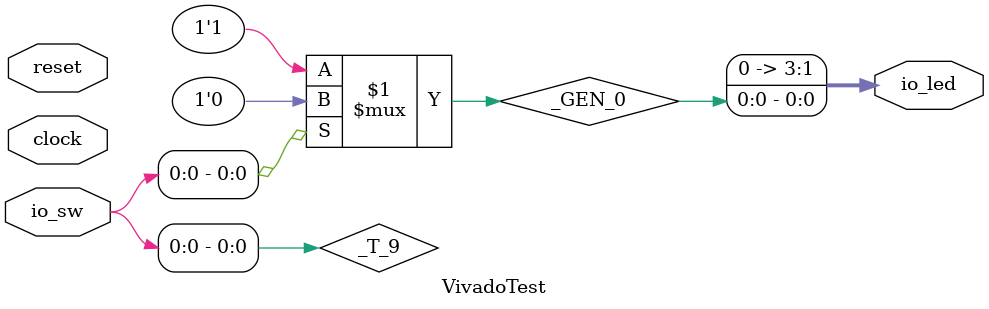
<source format=v>
module VivadoTest(
  input        clock,
  input        reset,
  output [3:0] io_led,
  input  [3:0] io_sw
);
  wire  _T_9;
  wire  _GEN_0;
  assign _T_9 = io_sw[0];
  assign _GEN_0 = _T_9 ? 1'h0 : 1'h1;
  assign io_led = {{3'd0}, _GEN_0};
endmodule

</source>
